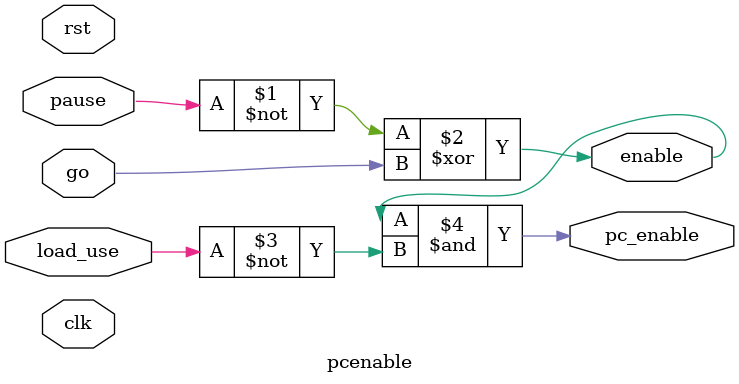
<source format=v>
`timescale 1ns / 1ps

module D_FF(clk,rst,d,q);
    input clk;
    input rst;
    input d;
    output reg q;
    initial q=0;
    always@(posedge clk )
        begin if(rst == 1'b1) 
            q <= 1'b0;  
            else
            q <= d;
    end 
endmodule



module pcenable(
    input load_use,go,
    input clk,
    input pause,
    input rst,
    output pc_enable,enable
    );
/*
    D_FF d(clk,rst,(~halt) & go,Q);
    assign enable = ((~Q) ^ (halt | pause));
*/
assign enable =((~pause)^go);
assign pc_enable = (enable&(~load_use));
endmodule

</source>
